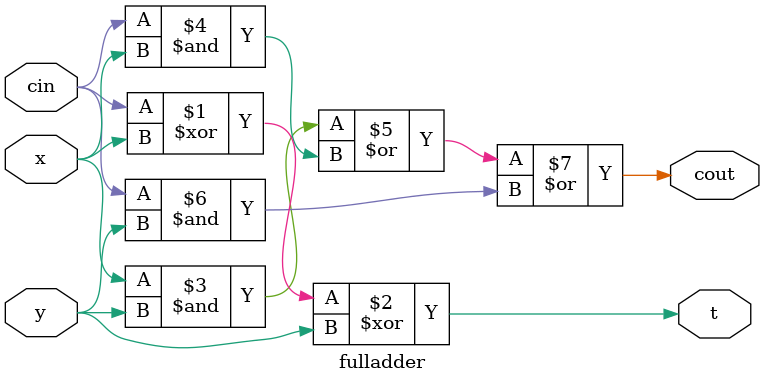
<source format=v>
module part2(Clock, Reset_b, Data, Function, ALUout);
	input [3:0] Data;
	input [2:0] Function;
	input Reset_b, Clock;

	wire [3:0] B;
	wire [3:0] s1, s2, c2;
	wire [7:0] cmult;
	wire c1;

	output reg [7:0] ALUout;

	assign B = ALUout[3:0];

	assign {c1, s2} = Data + B;
	assign cmult = Data * B;
	fourbitadder adder(Data, B, 0, s1, c2);


	always @(posedge Clock)
	begin
		if (Reset_b == 1'b0)
			ALUout <= 0;
		else
			begin
				case (Function[2:0])
					3'b000: ALUout = {3'b0, c2[3], s1};
					3'b001: ALUout = {3'b0, c1, s2};
					3'b010: ALUout = {{4{B[3]}}, B};
					3'b011: ALUout = {7'b0, | (Data | B)};
					3'b100: ALUout = {7'b0, & (Data & B)};
					3'b101: ALUout = B << Data;
					3'b110: ALUout = cmult;
					3'b111: ALUout = ALUout;
					default: ALUout = 8'b0;
				endcase
			end
	end
endmodule

module fourbitadder(a, b, c_in, s, c_out);
	input [3:0] a, b;
	input c_in;
	output [3:0] s, c_out;

	fulladder bit0(a[0], b[0], c_in, s[0], c_out[0]);
	fulladder bit1(a[1], b[1], c_out[0], s[1], c_out[1]);
	fulladder bit2(a[2], b[2], c_out[1], s[2], c_out[2]);
	fulladder bit3(a[3], b[3], c_out[2], s[3], c_out[3]);
endmodule

module fulladder(x, y, cin, t, cout);
	input x, y, cin;
	output t, cout;
	assign t = cin^x^y;
	assign cout = (x & y) | (cin & x) | (cin & y);
endmodule



</source>
